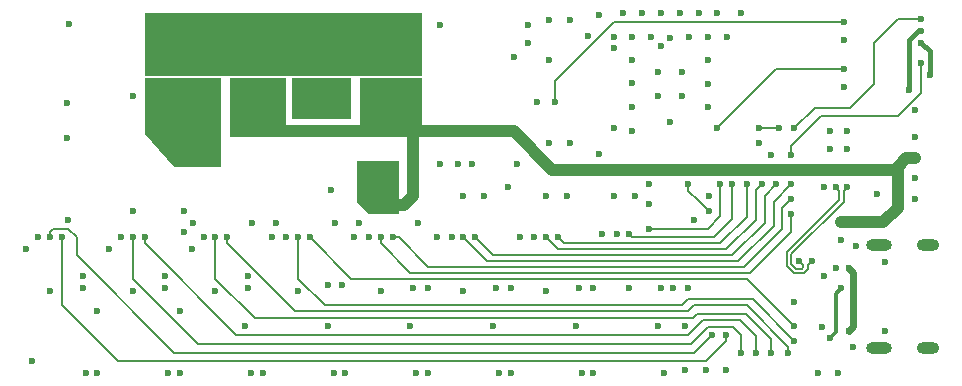
<source format=gbl>
G04*
G04 #@! TF.GenerationSoftware,Altium Limited,Altium Designer,25.5.2 (35)*
G04*
G04 Layer_Physical_Order=4*
G04 Layer_Color=16711680*
%FSLAX44Y44*%
%MOMM*%
G71*
G04*
G04 #@! TF.SameCoordinates,E2347265-D20F-491F-8A9E-089D316F0C9A*
G04*
G04*
G04 #@! TF.FilePolarity,Positive*
G04*
G01*
G75*
%ADD13C,0.1524*%
%ADD15C,0.3000*%
%ADD70C,0.6000*%
%ADD75C,0.4000*%
%ADD76C,1.0000*%
%ADD77C,0.1582*%
%ADD78C,0.6000*%
%ADD79O,2.2000X1.0000*%
%ADD80O,1.9000X1.0000*%
G36*
X385000Y307039D02*
X332500D01*
X332303Y307000D01*
X325197D01*
X325000Y307039D01*
X285995D01*
X285994Y307039D01*
X284006D01*
X284005Y307039D01*
X275000D01*
X274803Y307000D01*
X270197D01*
X270000Y307039D01*
X222500D01*
X222303Y307000D01*
X215197D01*
X215000Y307039D01*
X175995D01*
X175994Y307039D01*
X174006D01*
X174005Y307039D01*
X150000D01*
Y360000D01*
X385000D01*
Y307039D01*
D02*
G37*
G36*
X325000Y270000D02*
X275000D01*
Y305000D01*
X284005D01*
X284006Y305000D01*
X285995D01*
X285995Y305000D01*
X325000D01*
Y270000D01*
D02*
G37*
G36*
X215000Y230000D02*
X175000D01*
X150000Y257500D01*
Y305000D01*
X174005D01*
X174005Y305000D01*
X175994D01*
X175995Y305000D01*
X215000D01*
X215000Y230000D01*
D02*
G37*
G36*
X385000Y255000D02*
X332500D01*
Y305000D01*
X385000D01*
Y255000D01*
D02*
G37*
G36*
X270000D02*
X222500D01*
Y305000D01*
X270000D01*
Y255000D01*
D02*
G37*
G36*
X365000Y190000D02*
X340000D01*
X330000Y200000D01*
Y235000D01*
X365000D01*
Y190000D01*
D02*
G37*
D13*
X562846Y170000D02*
X632000D01*
X560346Y172500D02*
X562846Y170000D01*
X632000D02*
X647500Y185500D01*
X560000Y172500D02*
X560346D01*
X290000Y170000D02*
X325000Y135000D01*
X660000D01*
X700000Y95000D01*
X350000Y165000D02*
X375000Y140000D01*
X662500D02*
X697500Y175000D01*
X375000Y140000D02*
X662500D01*
X365000Y170000D02*
X390000Y145000D01*
X657500D02*
X690000Y177500D01*
X390000Y145000D02*
X657500D01*
X665000Y117500D02*
X700000Y82500D01*
X605000Y112500D02*
X610000Y117500D01*
X665000D01*
X280000Y135000D02*
X302500Y112500D01*
X615000D02*
X660000D01*
X610000Y107500D02*
X615000Y112500D01*
X302500D02*
X605000D01*
X660000D02*
X695000Y77500D01*
X360000Y170000D02*
X365000D01*
X652500Y150000D02*
X682500Y180000D01*
X420000Y170000D02*
X440000Y150000D01*
X652500D01*
X647500Y155000D02*
X675000Y182500D01*
X445000Y155000D02*
X647500D01*
X430000Y170000D02*
X445000Y155000D01*
X642500Y160000D02*
X667500Y185000D01*
X490000Y170000D02*
X500000Y160000D01*
X642500D01*
X500000Y170000D02*
X505000Y165000D01*
X637500D02*
X660000Y187500D01*
X505000Y165000D02*
X637500D01*
X140000Y135000D02*
Y170000D01*
Y135000D02*
X195000Y80000D01*
X612500D01*
X243219Y101781D02*
X614281D01*
X350000Y165000D02*
Y170000D01*
X280000Y135000D02*
Y170000D01*
X220000Y165000D02*
Y170000D01*
X210000Y135000D02*
Y170000D01*
X150000Y165000D02*
Y170000D01*
X547500Y352500D02*
X742500D01*
X497500Y285000D02*
Y302500D01*
X547500Y352500D01*
X697500Y175000D02*
Y190000D01*
X690000Y177500D02*
Y195000D01*
X682500Y180000D02*
Y200000D01*
X675000Y182500D02*
Y205000D01*
X667500Y185000D02*
Y210000D01*
X660000Y187500D02*
Y215000D01*
X647500Y185500D02*
Y215000D01*
X667500Y210000D02*
X672500Y215000D01*
X675000Y205000D02*
X685000Y215000D01*
X682500Y200000D02*
X697500Y215000D01*
X690000Y195000D02*
X697500Y202500D01*
X637500Y188000D02*
Y215000D01*
X627000Y177500D02*
X637500Y188000D01*
X619426Y200574D02*
Y200574D01*
Y200574D02*
X627500Y192500D01*
X610375Y209625D02*
Y215375D01*
Y209625D02*
X619426Y200574D01*
X697500Y247500D02*
X722500Y272500D01*
X787500D01*
X697500Y240000D02*
Y247500D01*
X787500Y272500D02*
X807500Y292500D01*
X277500Y107500D02*
X610000D01*
X617500Y105000D02*
X659249D01*
X614281Y101781D02*
X617500Y105000D01*
X220000Y165000D02*
X277500Y107500D01*
X210000Y135000D02*
X243219Y101781D01*
X659249Y105000D02*
X680000Y84249D01*
X622500Y100000D02*
X654328D01*
X610000Y87500D02*
X622500Y100000D01*
X227500Y87500D02*
X610000D01*
X627000Y94500D02*
X648000D01*
X612500Y80000D02*
X627000Y94500D01*
X695000Y72500D02*
Y77500D01*
X680000Y72500D02*
Y84249D01*
X654328Y100000D02*
X667500Y86828D01*
Y72500D02*
Y86828D01*
X655000Y72500D02*
Y87500D01*
X648000Y94500D02*
X655000Y87500D01*
X700000Y82500D02*
Y82500D01*
X747500Y280000D02*
X767500Y300000D01*
X717500Y280000D02*
X747500D01*
X700000Y262500D02*
X717500Y280000D01*
X767500Y300000D02*
Y335000D01*
X787500Y355000D01*
X807500D01*
X70000Y175000D02*
X72500Y177500D01*
X70000Y170000D02*
Y175000D01*
X72500Y177500D02*
X85000D01*
X92500Y170000D01*
Y155000D02*
Y170000D01*
Y155000D02*
X175000Y72500D01*
X615000D01*
X577500Y177500D02*
X627000D01*
X150000Y165000D02*
X227500Y87500D01*
X615000Y72500D02*
X630000Y87500D01*
X127500Y65000D02*
X625000D01*
X80000Y112500D02*
X127500Y65000D01*
X80000Y112500D02*
Y170000D01*
X625000Y65000D02*
X642500Y82500D01*
Y87500D01*
X807500Y292500D02*
Y317500D01*
X670000Y262500D02*
X687500D01*
X685000Y312500D02*
X742500D01*
X634750Y262250D02*
X685000Y312500D01*
D15*
X735000Y122500D02*
X740000Y127500D01*
X735000Y90000D02*
Y122500D01*
X730000Y85000D02*
X735000Y90000D01*
D70*
X746000Y91000D02*
X750000Y95000D01*
X746000Y144000D02*
X750000Y140000D01*
Y95000D02*
Y140000D01*
D75*
X771500Y163250D02*
X777500D01*
X771500Y76750D02*
X777500D01*
X797500Y337500D02*
X804618Y344618D01*
X797500Y295000D02*
Y337500D01*
X815040Y314377D02*
Y320623D01*
X815000Y307500D02*
Y314337D01*
Y320663D02*
X815040Y320623D01*
X807500Y335000D02*
X815000Y327500D01*
Y320663D02*
Y327500D01*
Y314337D02*
X815040Y314377D01*
X804618Y344618D02*
X807117D01*
X807500Y345000D01*
D76*
X750000Y183000D02*
X775500D01*
X740000D02*
X750000D01*
X775500D02*
X787500Y195000D01*
X250000Y270000D02*
Y280000D01*
X260000Y260000D02*
X345000D01*
X250000Y270000D02*
X260000Y260000D01*
X462500D02*
X495000Y227500D01*
X787500D01*
Y195000D02*
Y227500D01*
X355000Y197500D02*
X355000Y197500D01*
X370000D01*
X377500Y205000D01*
Y260000D01*
X462500D01*
X345000D02*
X377500D01*
X787500Y227500D02*
Y230000D01*
X795000Y237500D02*
X802500D01*
X787500Y230000D02*
X795000Y237500D01*
X180000Y240000D02*
X195000D01*
X160000Y260000D02*
X180000Y240000D01*
X345000Y260000D02*
X345000Y260000D01*
Y280000D01*
X160000Y260000D02*
Y280000D01*
D77*
X741807Y200201D02*
Y209307D01*
X697669Y147378D02*
X701378Y143669D01*
X706623D01*
X707693Y144739D01*
X697669Y156063D02*
X741807Y200201D01*
X707693Y144739D02*
Y146307D01*
X704000Y150000D02*
X707693Y146307D01*
X741807Y209307D02*
X745000Y212500D01*
X697669Y147378D02*
Y156063D01*
X738193Y201698D02*
Y209307D01*
X694055Y157560D02*
X738193Y201698D01*
X694055Y145880D02*
X699881Y140054D01*
X708120D01*
X711307Y143242D02*
Y146307D01*
X708120Y140054D02*
X711307Y143242D01*
Y146307D02*
X715000Y150000D01*
X735000Y212500D02*
X738193Y209307D01*
X694055Y145880D02*
Y157560D01*
D78*
X776500Y149000D02*
D03*
Y91000D02*
D03*
X160000Y340000D02*
D03*
X160000Y353000D02*
D03*
X175000D02*
D03*
X190000D02*
D03*
X300000D02*
D03*
X285000D02*
D03*
X577383Y198383D02*
D03*
X85000Y185000D02*
D03*
X84000Y254000D02*
D03*
X86000Y351000D02*
D03*
X84000Y284000D02*
D03*
X740000Y183000D02*
D03*
X750000D02*
D03*
X735051Y144038D02*
D03*
X587551Y332449D02*
D03*
X604875Y310125D02*
D03*
X525250Y340250D02*
D03*
X547391Y340109D02*
D03*
X595000Y339000D02*
D03*
X655000Y360000D02*
D03*
X535000Y358000D02*
D03*
X510000Y354000D02*
D03*
X492000D02*
D03*
X535000Y241000D02*
D03*
X670000Y250000D02*
D03*
X723824Y94324D02*
D03*
X183750Y192500D02*
D03*
X725000Y137500D02*
D03*
X715000Y150000D02*
D03*
X704000D02*
D03*
X584875Y290125D02*
D03*
X604875D02*
D03*
X584875Y310125D02*
D03*
X492500Y320000D02*
D03*
X497500Y285000D02*
D03*
X475000Y335000D02*
D03*
Y350000D02*
D03*
X610000Y127500D02*
D03*
X377500D02*
D03*
X390000D02*
D03*
X447500D02*
D03*
X460000D02*
D03*
X597500D02*
D03*
X530000D02*
D03*
X517500D02*
D03*
X587500D02*
D03*
X585000Y95000D02*
D03*
X515000D02*
D03*
X445000D02*
D03*
X375000D02*
D03*
X305000D02*
D03*
X235000D02*
D03*
X730000Y245000D02*
D03*
X745000D02*
D03*
Y260000D02*
D03*
X730000D02*
D03*
X339250Y228000D02*
D03*
X100000Y55000D02*
D03*
X110000D02*
D03*
X170000D02*
D03*
X180000D02*
D03*
X240000D02*
D03*
X250000D02*
D03*
X310000D02*
D03*
X320000D02*
D03*
X380000D02*
D03*
X390000D02*
D03*
X450000D02*
D03*
X590000D02*
D03*
X530000D02*
D03*
X520000D02*
D03*
X460000D02*
D03*
X55000Y65000D02*
D03*
X554782Y359782D02*
D03*
X637500Y215000D02*
D03*
X627500Y205000D02*
D03*
Y192500D02*
D03*
X610375Y215375D02*
D03*
X647500Y215000D02*
D03*
X672500D02*
D03*
X660000D02*
D03*
X685000D02*
D03*
X697500D02*
D03*
Y202500D02*
D03*
Y190000D02*
D03*
X730000Y85000D02*
D03*
X750000Y77500D02*
D03*
X635000Y360000D02*
D03*
X619000D02*
D03*
X603000D02*
D03*
X587000D02*
D03*
X571000D02*
D03*
X697500Y240000D02*
D03*
X680000D02*
D03*
X427500Y232500D02*
D03*
X607500Y95000D02*
D03*
X695000Y72500D02*
D03*
X680000D02*
D03*
X667500D02*
D03*
X655000D02*
D03*
X700000Y82500D02*
D03*
Y95000D02*
D03*
X537500Y172500D02*
D03*
X550000D02*
D03*
X577500Y177500D02*
D03*
X50000Y160000D02*
D03*
X700000Y115000D02*
D03*
X615000Y185000D02*
D03*
X560000Y172500D02*
D03*
X565000Y205000D02*
D03*
X547500D02*
D03*
X507500D02*
D03*
X490000D02*
D03*
X437500D02*
D03*
X420000D02*
D03*
X317500Y130000D02*
D03*
X305000D02*
D03*
X467500Y170000D02*
D03*
X397500D02*
D03*
X327500D02*
D03*
X257500D02*
D03*
X625000Y57500D02*
D03*
X642500D02*
D03*
Y87500D02*
D03*
X630000D02*
D03*
X607500Y57500D02*
D03*
X180000Y107500D02*
D03*
X110000D02*
D03*
X195000Y240000D02*
D03*
X191250Y182500D02*
D03*
X183750Y175000D02*
D03*
X261250Y182500D02*
D03*
X241250Y182500D02*
D03*
X311250Y182500D02*
D03*
X331250Y182500D02*
D03*
X381250Y182500D02*
D03*
X190000Y160000D02*
D03*
X120000D02*
D03*
X740000Y127500D02*
D03*
Y167500D02*
D03*
X746000Y91000D02*
D03*
Y144000D02*
D03*
X752500Y162500D02*
D03*
X560000Y127500D02*
D03*
X490000Y125000D02*
D03*
X420000D02*
D03*
X350000D02*
D03*
X280000D02*
D03*
X210000D02*
D03*
X140000D02*
D03*
X70000D02*
D03*
X70000Y170000D02*
D03*
X60000D02*
D03*
X80000D02*
D03*
X140000D02*
D03*
X130000D02*
D03*
X150000D02*
D03*
X210000D02*
D03*
X200000D02*
D03*
X220000D02*
D03*
X280000D02*
D03*
X270000D02*
D03*
X290000D02*
D03*
X350000D02*
D03*
X340000D02*
D03*
X360000D02*
D03*
X420000D02*
D03*
X410000D02*
D03*
X430000D02*
D03*
X500000D02*
D03*
X480000D02*
D03*
X490000D02*
D03*
X237500Y137500D02*
D03*
Y127500D02*
D03*
X97500Y137500D02*
D03*
Y127500D02*
D03*
X167500Y137500D02*
D03*
Y127500D02*
D03*
X770000Y207000D02*
D03*
X720000Y55000D02*
D03*
X737500D02*
D03*
X687500Y262500D02*
D03*
X700000D02*
D03*
X725000Y212500D02*
D03*
X745000D02*
D03*
X735000D02*
D03*
X577500Y215000D02*
D03*
X815000Y307500D02*
D03*
X802500Y202500D02*
D03*
Y220000D02*
D03*
Y237500D02*
D03*
Y255000D02*
D03*
X670000Y262500D02*
D03*
X807500Y317500D02*
D03*
Y355000D02*
D03*
X802500Y277500D02*
D03*
X634750Y262250D02*
D03*
X742500Y312500D02*
D03*
Y352500D02*
D03*
Y297500D02*
D03*
Y337500D02*
D03*
X807500Y335000D02*
D03*
Y345000D02*
D03*
X797500Y295000D02*
D03*
X482500Y285000D02*
D03*
X492500Y250000D02*
D03*
X510000D02*
D03*
X562532Y260468D02*
D03*
X547500Y262500D02*
D03*
Y330000D02*
D03*
X642968Y340032D02*
D03*
X626968D02*
D03*
X610968D02*
D03*
X578968D02*
D03*
X562968D02*
D03*
X626875Y319875D02*
D03*
Y280375D02*
D03*
X562625Y280625D02*
D03*
Y320125D02*
D03*
Y300375D02*
D03*
X594625Y268125D02*
D03*
X626875Y300125D02*
D03*
X400000Y350000D02*
D03*
X415000Y232500D02*
D03*
X400000D02*
D03*
X457500Y212500D02*
D03*
X465000Y232500D02*
D03*
X462500Y322500D02*
D03*
X307500Y210000D02*
D03*
X337500D02*
D03*
X355000Y197500D02*
D03*
X160000Y295000D02*
D03*
Y280000D02*
D03*
X140000Y192500D02*
D03*
Y290000D02*
D03*
X285000Y310000D02*
D03*
X375000Y295000D02*
D03*
X365000Y325000D02*
D03*
Y340000D02*
D03*
X300000Y325000D02*
D03*
X285000Y340000D02*
D03*
Y325000D02*
D03*
X300000Y340000D02*
D03*
X345000Y280000D02*
D03*
X360000D02*
D03*
X375000D02*
D03*
X300000D02*
D03*
X285000D02*
D03*
X315000D02*
D03*
X285000Y295000D02*
D03*
X175000D02*
D03*
X205000Y280000D02*
D03*
X175000D02*
D03*
X190000D02*
D03*
X265000D02*
D03*
X250000D02*
D03*
X235000D02*
D03*
X190000Y340000D02*
D03*
X175000Y325000D02*
D03*
Y340000D02*
D03*
X190000Y325000D02*
D03*
X255000Y340000D02*
D03*
Y325000D02*
D03*
X265000Y295000D02*
D03*
X175000Y310000D02*
D03*
D79*
X771500Y76750D02*
D03*
Y163250D02*
D03*
D80*
X813500D02*
D03*
Y76750D02*
D03*
M02*

</source>
